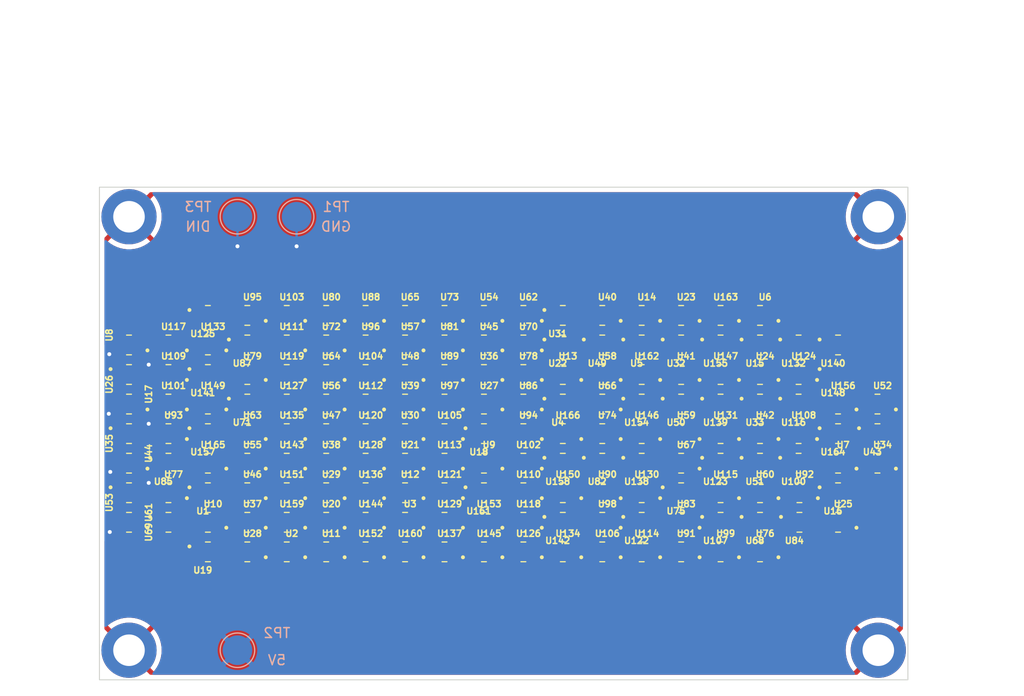
<source format=kicad_pcb>
(kicad_pcb (version 20211014) (generator pcbnew)
  (layers (0 "F.Cu" signal) (31 "B.Cu" signal) (34 "B.Paste" user) (35 "F.Paste" user) (36 "B.SilkS" user "B.Silkscreen") (37 "F.SilkS" user "F.Silkscreen") (38 "B.Mask" user) (39 "F.Mask" user) (44 "Edge.Cuts" user))
  (net 0 "")
  (net 1 "/D1")
  (net 2 "+5V")
  (net 3 "Net-(U1-Pad1)")
  (net 4 "GND")
  (net 5 "/D2")
  (net 6 "Net-(U11-Pad3)")
  (net 7 "/D3")
  (net 8 "Net-(U12-Pad3)")
  (net 9 "/D5")
  (net 10 "Net-(U13-Pad3)")
  (net 11 "/D6")
  (net 12 "Net-(U14-Pad3)")
  (net 13 "/D7")
  (net 14 "Net-(U15-Pad3)")
  (net 15 "/D8")
  (net 16 "Net-(U16-Pad3)")
  (net 17 "/DIN")
  (net 18 "Net-(U17-Pad3)")
  (net 19 "/D4")
  (net 20 "Net-(U18-Pad3)")
  (net 21 "Net-(U10-Pad1)")
  (net 22 "Net-(U11-Pad1)")
  (net 23 "Net-(U12-Pad1)")
  (net 24 "Net-(U13-Pad1)")
  (net 25 "Net-(U14-Pad1)")
  (net 26 "Net-(U15-Pad1)")
  (net 27 "Net-(U16-Pad1)")
  (net 28 "Net-(U17-Pad1)")
  (net 29 "Net-(U18-Pad1)")
  (net 30 "Net-(U19-Pad1)")
  (net 31 "Net-(U20-Pad1)")
  (net 32 "Net-(U21-Pad1)")
  (net 33 "Net-(U22-Pad1)")
  (net 34 "Net-(U23-Pad1)")
  (net 35 "Net-(U24-Pad1)")
  (net 36 "Net-(U25-Pad1)")
  (net 37 "Net-(U26-Pad1)")
  (net 38 "Net-(U27-Pad1)")
  (net 39 "Net-(U28-Pad1)")
  (net 40 "Net-(U29-Pad1)")
  (net 41 "Net-(U30-Pad1)")
  (net 42 "Net-(U31-Pad1)")
  (net 43 "Net-(U32-Pad1)")
  (net 44 "Net-(U33-Pad1)")
  (net 45 "Net-(U34-Pad1)")
  (net 46 "Net-(U35-Pad1)")
  (net 47 "Net-(U36-Pad1)")
  (net 48 "Net-(U37-Pad1)")
  (net 49 "Net-(U38-Pad1)")
  (net 50 "Net-(U39-Pad1)")
  (net 51 "Net-(U40-Pad1)")
  (net 52 "Net-(U41-Pad1)")
  (net 53 "Net-(U42-Pad1)")
  (net 54 "Net-(U43-Pad1)")
  (net 55 "Net-(U44-Pad1)")
  (net 56 "Net-(U45-Pad1)")
  (net 57 "Net-(U46-Pad1)")
  (net 58 "Net-(U47-Pad1)")
  (net 59 "Net-(U48-Pad1)")
  (net 60 "Net-(U49-Pad1)")
  (net 61 "Net-(U50-Pad1)")
  (net 62 "Net-(U51-Pad1)")
  (net 64 "Net-(U53-Pad1)")
  (net 65 "Net-(U54-Pad1)")
  (net 66 "Net-(U55-Pad1)")
  (net 67 "Net-(U56-Pad1)")
  (net 68 "Net-(U57-Pad1)")
  (net 69 "Net-(U58-Pad1)")
  (net 70 "Net-(U59-Pad1)")
  (net 71 "Net-(U60-Pad1)")
  (net 72 "Net-(U61-Pad1)")
  (net 73 "Net-(U62-Pad1)")
  (net 74 "Net-(U63-Pad1)")
  (net 75 "Net-(U64-Pad1)")
  (net 76 "Net-(U65-Pad1)")
  (net 77 "Net-(U66-Pad1)")
  (net 78 "Net-(U67-Pad1)")
  (net 79 "Net-(U68-Pad1)")
  (net 80 "Net-(U69-Pad1)")
  (net 81 "Net-(U70-Pad1)")
  (net 82 "Net-(U71-Pad1)")
  (net 83 "Net-(U72-Pad1)")
  (net 84 "Net-(U73-Pad1)")
  (net 85 "Net-(U74-Pad1)")
  (net 86 "Net-(U75-Pad1)")
  (net 87 "Net-(U76-Pad1)")
  (net 88 "Net-(U77-Pad1)")
  (net 89 "Net-(U78-Pad1)")
  (net 90 "Net-(U79-Pad1)")
  (net 91 "Net-(U80-Pad1)")
  (net 92 "Net-(U81-Pad1)")
  (net 93 "Net-(U82-Pad1)")
  (net 94 "Net-(U83-Pad1)")
  (net 95 "Net-(U84-Pad1)")
  (net 96 "Net-(U85-Pad1)")
  (net 97 "Net-(U86-Pad1)")
  (net 98 "Net-(U87-Pad1)")
  (net 99 "Net-(U88-Pad1)")
  (net 100 "Net-(U89-Pad1)")
  (net 101 "Net-(U90-Pad1)")
  (net 102 "Net-(U91-Pad1)")
  (net 103 "Net-(U100-Pad3)")
  (net 104 "Net-(U101-Pad3)")
  (net 105 "Net-(U102-Pad3)")
  (net 106 "Net-(U103-Pad3)")
  (net 107 "Net-(U104-Pad3)")
  (net 108 "Net-(U105-Pad3)")
  (net 109 "Net-(U106-Pad3)")
  (net 110 "Net-(U107-Pad3)")
  (net 111 "Net-(U100-Pad1)")
  (net 112 "Net-(U101-Pad1)")
  (net 113 "Net-(U102-Pad1)")
  (net 114 "Net-(U103-Pad1)")
  (net 115 "Net-(U104-Pad1)")
  (net 116 "Net-(U105-Pad1)")
  (net 117 "Net-(U106-Pad1)")
  (net 118 "Net-(U107-Pad1)")
  (net 119 "Net-(U108-Pad1)")
  (net 120 "Net-(U109-Pad1)")
  (net 121 "Net-(U110-Pad1)")
  (net 122 "Net-(U111-Pad1)")
  (net 123 "Net-(U112-Pad1)")
  (net 124 "Net-(U113-Pad1)")
  (net 125 "Net-(U114-Pad1)")
  (net 126 "Net-(U115-Pad1)")
  (net 127 "Net-(U116-Pad1)")
  (net 128 "Net-(U117-Pad1)")
  (net 129 "Net-(U118-Pad1)")
  (net 130 "Net-(U119-Pad1)")
  (net 131 "Net-(U120-Pad1)")
  (net 132 "Net-(U121-Pad1)")
  (net 133 "Net-(U122-Pad1)")
  (net 134 "Net-(U123-Pad1)")
  (net 135 "Net-(U124-Pad1)")
  (net 136 "Net-(U125-Pad1)")
  (net 137 "Net-(U126-Pad1)")
  (net 138 "Net-(U127-Pad1)")
  (net 139 "Net-(U128-Pad1)")
  (net 140 "Net-(U129-Pad1)")
  (net 141 "Net-(U130-Pad1)")
  (net 142 "Net-(U131-Pad1)")
  (net 143 "Net-(U132-Pad1)")
  (net 144 "Net-(U133-Pad1)")
  (net 145 "Net-(U134-Pad1)")
  (net 146 "Net-(U135-Pad1)")
  (net 147 "Net-(U136-Pad1)")
  (net 148 "Net-(U137-Pad1)")
  (net 149 "Net-(U138-Pad1)")
  (net 150 "Net-(U139-Pad1)")
  (net 151 "Net-(U140-Pad1)")
  (net 152 "Net-(U141-Pad1)")
  (net 153 "Net-(U142-Pad1)")
  (net 154 "Net-(U143-Pad1)")
  (net 155 "Net-(U144-Pad1)")
  (net 156 "Net-(U145-Pad1)")
  (net 157 "Net-(U146-Pad1)")
  (net 158 "Net-(U147-Pad1)")
  (net 159 "Net-(U148-Pad1)")
  (net 160 "Net-(U149-Pad1)")
  (net 161 "Net-(U150-Pad1)")
  (net 162 "Net-(U151-Pad1)")
  (net 163 "Net-(U152-Pad1)")
  (net 164 "Net-(U153-Pad1)")
  (net 165 "Net-(U154-Pad1)")
  (net 166 "Net-(U155-Pad1)")
  (net 167 "Net-(U156-Pad1)")
  (net 168 "Net-(U157-Pad1)")
  (net 169 "Net-(U158-Pad1)")
  (footprint "footprint:LED_WS2812-2020" (layer "F.Cu") (at 39 93.015)
    (fp_text reference "U165")
    (fp_text value "WS2812-2020")
  )
  (footprint "footprint:LED_WS2812-2020" (layer "F.Cu") (at 43 93.015)
    (fp_text reference "U55")
    (fp_text value "WS2812-2020")
  )
  (footprint "footprint:LED_WS2812-2020" (layer "F.Cu") (at 59 96.015)
    (fp_text reference "U12")
    (fp_text value "WS2812-2020")
  )
  (footprint "footprint:LED_WS2812-2020" (layer "F.Cu") (at 31 87.015)
    (fp_text reference "U26")
    (fp_text value "WS2812-2020")
  )
  (footprint "footprint:LED_WS2812-2020" (layer "F.Cu") (at 91 84.015)
    (fp_text reference "U147")
    (fp_text value "WS2812-2020")
  )
  (footprint "footprint:LED_WS2812-2020" (layer "F.Cu") (at 63 81.015)
    (fp_text reference "U81")
    (fp_text value "WS2812-2020")
  )
  (footprint "footprint:LED_WS2812-2020" (layer "F.Cu") (at 71 93.015)
    (fp_text reference "U102")
    (fp_text value "WS2812-2020")
  )
  (footprint "footprint:LED_WS2812-2020" (layer "F.Cu") (at 102.915 90.015 180)
    (fp_text reference "U164")
    (fp_text value "WS2812-2020")
  )
  (footprint "footprint:LED_WS2812-2020" (layer "F.Cu") (at 59 99.015)
    (fp_text reference "U3")
    (fp_text value "WS2812-2020")
  )
  (footprint "footprint:LED_WS2812-2020" (layer "F.Cu") (at 67 84.015)
    (fp_text reference "U36")
    (fp_text value "WS2812-2020")
  )
  (footprint "footprint:LED_WS2812-2020" (layer "F.Cu") (at 35 87.015)
    (fp_text reference "U101")
    (fp_text value "WS2812-2020")
  )
  (footprint "footprint:LED_WS2812-2020" (layer "F.Cu") (at 51 93.015)
    (fp_text reference "U38")
    (fp_text value "WS2812-2020")
  )
  (footprint "footprint:LED_WS2812-2020" (layer "F.Cu") (at 39 81.015)
    (fp_text reference "U133")
    (fp_text value "WS2812-2020")
  )
  (footprint "footprint:LED_WS2812-2020" (layer "F.Cu") (at 47 81.015)
    (fp_text reference "U111")
    (fp_text value "WS2812-2020")
  )
  (footprint "footprint:LED_WS2812-2020" (layer "F.Cu") (at 75 102.015)
    (fp_text reference "U134")
    (fp_text value "WS2812-2020")
  )
  (footprint "footprint:LED_WS2812-2020" (layer "F.Cu") (at 39 96.015 180)
    (fp_text reference "U1")
    (fp_text value "WS2812-2020")
  )
  (footprint "footprint:LED_WS2812-2020" (layer "F.Cu") (at 43 96.015)
    (fp_text reference "U46")
    (fp_text value "WS2812-2020")
  )
  (footprint "footprint:LED_WS2812-2020" (layer "F.Cu") (at 67 87.015)
    (fp_text reference "U27")
    (fp_text value "WS2812-2020")
  )
  (footprint "footprint:LED_WS2812-2020" (layer "F.Cu") (at 102.915 81.015 180)
    (fp_text reference "U140")
    (fp_text value "WS2812-2020")
  )
  (footprint "footprint:LED_WS2812-2020" (layer "F.Cu") (at 63 87.015)
    (fp_text reference "U97")
    (fp_text value "WS2812-2020")
  )
  (footprint "footprint:LED_WS2812-2020" (layer "F.Cu") (at 91 99.015 180)
    (fp_text reference "U107")
    (fp_text value "WS2812-2020")
  )
  (footprint "footprint:LED_WS2812-2020" (layer "F.Cu") (at 39 90.015 180)
    (fp_text reference "U157")
    (fp_text value "WS2812-2020")
  )
  (footprint "footprint:LED_WS2812-2020" (layer "F.Cu") (at 71 78.015)
    (fp_text reference "U62")
    (fp_text value "WS2812-2020")
  )
  (footprint "footprint:LED_WS2812-2020" (layer "F.Cu") (at 31 81.015)
    (fp_text reference "U8")
    (fp_text value "WS2812-2020")
  )
  (footprint "MountingHole:MountingHole_3.2mm_M3_DIN965_Pad" (layer "F.Cu") (at 31 68)
    (fp_text reference "H1" hide)
    (fp_text value "MountingHole_Pad")
  )
  (footprint "footprint:LED_WS2812-2020" (layer "F.Cu") (at 98.915 93.015 180)
    (fp_text reference "U100")
    (fp_text value "WS2812-2020")
  )
  (footprint "footprint:LED_WS2812-2020" (layer "F.Cu") (at 51 81.015)
    (fp_text reference "U72")
    (fp_text value "WS2812-2020")
  )
  (footprint "footprint:LED_WS2812-2020" (layer "F.Cu") (at 106.915 93.015)
    (fp_text reference "U34")
    (fp_text value "WS2812-2020")
  )
  (footprint "footprint:LED_WS2812-2020" (layer "F.Cu") (at 87 81.015 180)
    (fp_text reference "U32")
    (fp_text value "WS2812-2020")
  )
  (footprint "footprint:LED_WS2812-2020" (layer "F.Cu") (at 63 93.015)
    (fp_text reference "U113")
    (fp_text value "WS2812-2020")
  )
  (footprint "footprint:LED_WS2812-2020" (layer "F.Cu") (at 91 87.015 180)
    (fp_text reference "U139")
    (fp_text value "WS2812-2020")
  )
  (footprint "footprint:LED_WS2812-2020" (layer "F.Cu") (at 71 96.015)
    (fp_text reference "U110")
    (fp_text value "WS2812-2020")
  )
  (footprint "footprint:LED_WS2812-2020" (layer "F.Cu") (at 95 81.015 180)
    (fp_text reference "U15")
    (fp_text value "WS2812-2020")
  )
  (footprint "footprint:LED_WS2812-2020" (layer "F.Cu") (at 47 99.015)
    (fp_text reference "U159")
    (fp_text value "WS2812-2020")
  )
  (footprint "footprint:LED_WS2812-2020" (layer "F.Cu") (at 102.915 96.015 180)
    (fp_text reference "U16")
    (fp_text value "WS2812-2020")
  )
  (footprint "footprint:LED_WS2812-2020" (layer "F.Cu") (at 102.915 87.015)
    (fp_text reference "U156")
    (fp_text value "WS2812-2020")
  )
  (footprint "footprint:LED_WS2812-2020" (layer "F.Cu") (at 55 84.015)
    (fp_text reference "U104")
    (fp_text value "WS2812-2020")
  )
  (footprint "footprint:LED_WS2812-2020" (layer "F.Cu") (at 55 90.015)
    (fp_text reference "U120")
    (fp_text value "WS2812-2020")
  )
  (footprint "MountingHole:MountingHole_3.2mm_M3_DIN965_Pad" (layer "F.Cu") (at 31 112)
    (fp_text reference "H3" hide)
    (fp_text value "MountingHole_Pad")
  )
  (footprint "footprint:LED_WS2812-2020" (layer "F.Cu") (at 79 102.015)
    (fp_text reference "U106")
    (fp_text value "WS2812-2020")
  )
  (footprint "footprint:LED_WS2812-2020" (layer "F.Cu") (at 43 84.015)
    (fp_text reference "U79")
    (fp_text value "WS2812-2020")
  )
  (footprint "footprint:LED_WS2812-2020" (layer "F.Cu") (at 63 84.015)
    (fp_text reference "U89")
    (fp_text value "WS2812-2020")
  )
  (footprint "footprint:LED_WS2812-2020" (layer "F.Cu") (at 47 93.015)
    (fp_text reference "U143")
    (fp_text value "WS2812-2020")
  )
  (footprint "footprint:LED_WS2812-2020" (layer "F.Cu") (at 43 87.015 180)
    (fp_text reference "U71")
    (fp_text value "WS2812-2020")
  )
  (footprint "footprint:LED_WS2812-2020" (layer "F.Cu") (at 83 78.015)
    (fp_text reference "U14")
    (fp_text value "WS2812-2020")
  )
  (footprint "footprint:LED_WS2812-2020" (layer "F.Cu") (at 99 99.015 180)
    (fp_text reference "U84")
    (fp_text value "WS2812-2020")
  )
  (footprint "footprint:LED_WS2812-2020" (layer "F.Cu") (at 67 81.015)
    (fp_text reference "U45")
    (fp_text value "WS2812-2020")
  )
  (footprint "footprint:LED_WS2812-2020" (layer "F.Cu") (at 75 96.015)
    (fp_text reference "U150")
    (fp_text value "WS2812-2020")
  )
  (footprint "footprint:LED_WS2812-2020" (layer "F.Cu") (at 59 93.015)
    (fp_text reference "U21")
    (fp_text value "WS2812-2020")
  )
  (footprint "footprint:LED_WS2812-2020" (layer "F.Cu") (at 67 96.015 180)
    (fp_text reference "U161")
    (fp_text value "WS2812-2020")
  )
  (footprint "footprint:LED_WS2812-2020" (layer "F.Cu") (at 39 78.015 180)
    (fp_text reference "U125")
    (fp_text value "WS2812-2020")
  )
  (footprint "footprint:LED_WS2812-2020" (layer "F.Cu") (at 55 102.015)
    (fp_text reference "U152")
    (fp_text value "WS2812-2020")
  )
  (footprint "footprint:LED_WS2812-2020" (layer "F.Cu") (at 43 99.015)
    (fp_text reference "U37")
    (fp_text value "WS2812-2020")
  )
  (footprint "footprint:LED_WS2812-2020" (layer "F.Cu") (at 59 102.015)
    (fp_text reference "U160")
    (fp_text value "WS2812-2020")
  )
  (footprint "footprint:LED_WS2812-2020" (layer "F.Cu") (at 98.915 84.015)
    (fp_text reference "U124")
    (fp_text value "WS2812-2020")
  )
  (footprint "footprint:LED_WS2812-2020" (layer "F.Cu") (at 35 84.015)
    (fp_text reference "U109")
    (fp_text value "WS2812-2020")
  )
  (footprint "MountingHole:MountingHole_3.2mm_M3_DIN965_Pad" (layer "F.Cu") (at 107 68)
    (fp_text reference "H2" hide)
    (fp_text value "MountingHole_Pad")
  )
  (footprint "footprint:LED_WS2812-2020" (layer "F.Cu") (at 47 96.015)
    (fp_text reference "U151")
    (fp_text value "WS2812-2020")
  )
  (footprint "footprint:LED_WS2812-2020" (layer "F.Cu") (at 102.915 93.015)
    (fp_text reference "U7")
    (fp_text value "WS2812-2020")
  )
  (footprint "footprint:LED_WS2812-2020" (layer "F.Cu") (at 51 78.015)
    (fp_text reference "U80")
    (fp_text value "WS2812-2020")
  )
  (footprint "footprint:LED_WS2812-2020" (layer "F.Cu") (at 63 96.015)
    (fp_text reference "U121")
    (fp_text value "WS2812-2020")
  )
  (footprint "footprint:LED_WS2812-2020" (layer "F.Cu") (at 47 90.015)
    (fp_text reference "U135")
    (fp_text value "WS2812-2020")
  )
  (footprint "footprint:LED_WS2812-2020" (layer "F.Cu") (at 51 87.015)
    (fp_text reference "U56")
    (fp_text value "WS2812-2020")
  )
  (footprint "footprint:LED_WS2812-2020" (layer "F.Cu") (at 67 78.015)
    (fp_text reference "U54")
    (fp_text value "WS2812-2020")
  )
  (footprint "footprint:LED_WS2812-2020" (layer "F.Cu") (at 91 81.015 180)
    (fp_text reference "U155")
    (fp_text value "WS2812-2020")
  )
  (footprint "footprint:LED_WS2812-2020" (layer "F.Cu") (at 71 90.015)
    (fp_text reference "U94")
    (fp_text value "WS2812-2020")
  )
  (footprint "footprint:LED_WS2812-2020" (layer "F.Cu") (at 83 93.015 180)
    (fp_text reference "U138")
    (fp_text value "WS2812-2020")
  )
  (footprint "footprint:LED_WS2812-2020" (layer "F.Cu") (at 31 96.015 180)
    (fp_text reference "U53")
    (fp_text value "WS2812-2020")
  )
  (footprint "footprint:LED_WS2812-2020" (layer "F.Cu") (at 67 93.015)
    (fp_text reference "U9")
    (fp_text value "WS2812-2020")
  )
  (footprint "footprint:LED_WS2812-2020" (layer "F.Cu") (at 75 90.015)
    (fp_text reference "U166")
    (fp_text value "WS2812-2020")
  )
  (footprint "footprint:LED_WS2812-2020" (layer "F.Cu") (at 79 90.015)
    (fp_text reference "U74")
    (fp_text value "WS2812-2020")
  )
  (footprint "footprint:LED_WS2812-2020" (layer "F.Cu") (at 75 78.015 180)
    (fp_text reference "U31")
    (fp_text value "WS2812-2020")
  )
  (footprint "footprint:LED_WS2812-2020" (layer "F.Cu") (at 31 93.015)
    (fp_text reference "U44")
    (fp_text value "WS2812-2020")
  )
  (footprint "footprint:LED_WS2812-2020" (layer "F.Cu") (at 31 90.015 180)
    (fp_text reference "U35")
    (fp_text value "WS2812-2020")
  )
  (footprint "footprint:LED_WS2812-2020" (layer "F.Cu") (at 59 81.015)
    (fp_text reference "U57")
    (fp_text value "WS2812-2020")
  )
  (footprint "footprint:LED_WS2812-2020" (layer "F.Cu") (at 79 93.015 180)
    (fp_text reference "U82")
    (fp_text value "WS2812-2020")
  )
  (footprint "footprint:LED_WS2812-2020" (layer "F.Cu") (at 39 102.015 180)
    (fp_text reference "U19")
    (fp_text value "WS2812-2020")
  )
  (footprint "footprint:LED_WS2812-2020" (layer "F.Cu") (at 83 84.015)
    (fp_text reference "U162")
    (fp_text value "WS2812-2020")
  )
  (footprint "footprint:LED_WS2812-2020" (layer "F.Cu") (at 87 84.015)
    (fp_text reference "U41")
    (fp_text value "WS2812-2020")
  )
  (footprint "footprint:LED_WS2812-2020" (layer "F.Cu") (at 71 84.015)
    (fp_text reference "U78")
    (fp_text value "WS2812-2020")
  )
  (footprint "footprint:LED_WS2812-2020" (layer "F.Cu") (at 75 81.015 180)
    (fp_text reference "U22")
    (fp_text value "WS2812-2020")
  )
  (footprint "footprint:LED_WS2812-2020" (layer "F.Cu") (at 51 99.015)
    (fp_text reference "U20")
    (fp_text value "WS2812-2020")
  )
  (footprint "footprint:LED_WS2812-2020" (layer "F.Cu") (at 31 84.015 180)
    (fp_text reference "U17")
    (fp_text value "WS2812-2020")
  )
  (footprint "footprint:LED_WS2812-2020" (layer "F.Cu") (at 75 99.015 180)
    (fp_text reference "U142")
    (fp_text value "WS2812-2020")
  )
  (footprint "footprint:LED_WS2812-2020" (layer "F.Cu") (at 55 81.015)
    (fp_text reference "U96")
    (fp_text value "WS2812-2020")
  )
  (footprint "footprint:LED_WS2812-2020" (layer "F.Cu") (at 79 99.015)
    (fp_text reference "U98")
    (fp_text value "WS2812-2020")
  )
  (footprint "footprint:LED_WS2812-2020" (layer "F.Cu") (at 67 102.015)
    (fp_text reference "U145")
    (fp_text value "WS2812-2020")
  )
  (footprint "footprint:LED_WS2812-2020" (layer "F.Cu") (at 47 87.015)
    (fp_text reference "U127")
    (fp_text value "WS2812-2020")
  )
  (footprint "footprint:LED_WS2812-2020" (layer "F.Cu") (at 63 99.015)
    (fp_text reference "U129")
    (fp_text value "WS2812-2020")
  )
  (footprint "footprint:LED_WS2812-2020" (layer "F.Cu") (at 75 93.015 180)
    (fp_text reference "U158")
    (fp_text value "WS2812-2020")
  )
  (footprint "footprint:LED_WS2812-2020" (layer "F.Cu") (at 102.915 99.015)
    (fp_text reference "U25")
    (fp_text value "WS2812-2020")
  )
  (footprint "footprint:LED_WS2812-2020" (layer "F.Cu") (at 43 90.015)
    (fp_text reference "U63")
    (fp_text value "WS2812-2020")
  )
  (footprint "footprint:LED_WS2812-2020" (layer "F.Cu") (at 83 96.015)
    (fp_text reference "U130")
    (fp_text value "WS2812-2020")
  )
  (footprint "footprint:LED_WS2812-2020" (layer "F.Cu") (at 75 84.015)
    (fp_text reference "U13")
    (fp_text value "WS2812-2020")
  )
  (footprint "footprint:LED_WS2812-2020" (layer "F.Cu") (at 87 78.015)
    (fp_text reference "U23")
    (fp_text value "WS2812-2020")
  )
  (footprint "footprint:LED_WS2812-2020" (layer "F.Cu") (at 83 81.015 180)
    (fp_text reference "U5")
    (fp_text value "WS2812-2020")
  )
  (footprint "footprint:LED_WS2812-2020" (layer "F.Cu") (at 79 78.015)
    (fp_text reference "U40")
    (fp_text value "WS2812-2020")
  )
  (footprint "footprint:LED_WS2812-2020" (layer "F.Cu") (at 55 99.015)
    (fp_text reference "U144")
    (fp_text value "WS2812-2020")
  )
  (footprint "footprint:LED_WS2812-2020" (layer "F.Cu") (at 79 96.015)
    (fp_text reference "U90")
    (fp_text value "WS2812-2020")
  )
  (footprint "footprint:LED_WS2812-2020" (layer "F.Cu") (at 31 99.015)
    (fp_text reference "U61")
    (fp_text value "WS2812-2020")
  )
  (footprint "footprint:LED_WS2812-2020" (layer "F.Cu") (at 59 84.015)
    (fp_text reference "U48")
    (fp_text value "WS2812-2020")
  )
  (footprint "footprint:LED_WS2812-2020" (layer "F.Cu") (at 51 84.015)
    (fp_text reference "U64")
    (fp_text value "WS2812-2020")
  )
  (footprint "footprint:LED_WS2812-2020" (layer "F.Cu") (at 83 99.015 180)
    (fp_text reference "U122")
    (fp_text value "WS2812-2020")
  )
  (footprint "footprint:LED_WS2812-2020" (layer "F.Cu") (at 87 96.015 180)
    (fp_text reference "U75")
    (fp_text value "WS2812-2020")
  )
  (footprint "footprint:LED_WS2812-2020" (layer "F.Cu") (at 67 99.015)
    (fp_text reference "U153")
    (fp_text value "WS2812-2020")
  )
  (footprint "footprint:LED_WS2812-2020" (layer "F.Cu") (at 83 87.015 180)
    (fp_text reference "U154")
    (fp_text value "WS2812-2020")
  )
  (footprint "footprint:LED_WS2812-2020" (layer "F.Cu") (at 35 96.015)
    (fp_text reference "U77")
    (fp_text value "WS2812-2020")
  )
  (footprint "footprint:LED_WS2812-2020" (layer "F.Cu") (at 95 84.015)
    (fp_text reference "U24")
    (fp_text value "WS2812-2020")
  )
  (footprint "footprint:LED_WS2812-2020" (layer "F.Cu") (at 63 102.015)
    (fp_text reference "U137")
    (fp_text value "WS2812-2020")
  )
  (footprint "footprint:LED_WS2812-2020" (layer "F.Cu") (at 35 93.015 180)
    (fp_text reference "U85")
    (fp_text value "WS2812-2020")
  )
  (footprint "footprint:LED_WS2812-2020" (layer "F.Cu") (at 87 87.015 180)
    (fp_text reference "U50")
    (fp_text value "WS2812-2020")
  )
  (footprint "footprint:LED_WS2812-2020" (layer "F.Cu") (at 102.915 84.015 180)
    (fp_text reference "U148")
    (fp_text value "WS2812-2020")
  )
  (footprint "footprint:LED_WS2812-2020" (layer "F.Cu") (at 59 87.015)
    (fp_text reference "U39")
    (fp_text value "WS2812-2020")
  )
  (footprint "footprint:LED_WS2812-2020" (layer "F.Cu") (at 47 102.015)
    (fp_text reference "U2")
    (fp_text value "WS2812-2020")
  )
  (footprint "footprint:LED_WS2812-2020" (layer "F.Cu") (at 95 99.015 180)
    (fp_text reference "U68")
    (fp_text value "WS2812-2020")
  )
  (footprint "footprint:LED_WS2812-2020" (layer "F.Cu") (at 71 102.015)
    (fp_text reference "U126")
    (fp_text value "WS2812-2020")
  )
  (footprint "footprint:LED_WS2812-2020" (layer "F.Cu") (at 98.915 87.015 180)
    (fp_text reference "U116")
    (fp_text value "WS2812-2020")
  )
  (footprint "footprint:LED_WS2812-2020" (layer "F.Cu") (at 35 99.015 180)
    (fp_text reference "U69")
    (fp_text value "WS2812-2020")
  )
  (footprint "footprint:LED_WS2812-2020" (layer "F.Cu") (at 83 102.015)
    (fp_text reference "U114")
    (fp_text value "WS2812-2020")
  )
  (footprint "footprint:LED_WS2812-2020" (layer "F.Cu") (at 55 96.015)
    (fp_text reference "U136")
    (fp_text value "WS2812-2020")
  )
  (footprint "footprint:LED_WS2812-2020" (layer "F.Cu") (at 91 102.015)
    (fp_text reference "U99")
    (fp_text value "WS2812-2020")
  )
  (footprint "footprint:LED_WS2812-2020" (layer "F.Cu") (at 95 102.015)
    (fp_text reference "U76")
    (fp_text value "WS2812-2020")
  )
  (footprint "footprint:LED_WS2812-2020" (layer "F.Cu") (at 95 78.015)
    (fp_text reference "U6")
    (fp_text value "WS2812-2020")
  )
  (footprint "footprint:LED_WS2812-2020" (layer "F.Cu") (at 106.915 87.015)
    (fp_text reference "U52")
    (fp_text value "WS2812-2020")
  )
  (footprint "footprint:LED_WS2812-2020" (layer "F.Cu") (at 87 102.015)
    (fp_text reference "U91")
    (fp_text value "WS2812-2020")
  )
  (footprint "footprint:LED_WS2812-2020" (layer "F.Cu") (at 35 90.015)
    (fp_text reference "U93")
    (fp_text value "WS2812-2020")
  )
  (footprint "footprint:LED_WS2812-2020" (layer "F.Cu") (at 67 90.015 180)
    (fp_text reference "U18")
    (fp_text value "WS2812-2020")
  )
  (footprint "footprint:LED_WS2812-2020" (layer "F.Cu") (at 91 78.015)
    (fp_text reference "U163")
    (fp_text value "WS2812-2020")
  )
  (footprint "footprint:LED_WS2812-2020" (layer "F.Cu") (at 71 81.015)
    (fp_text reference "U70")
    (fp_text value "WS2812-2020")
  )
  (footprint "footprint:LED_WS2812-2020" (layer "F.Cu") (at 91 96.015)
    (fp_text reference "U115")
    (fp_text value "WS2812-2020")
  )
  (footprint "footprint:LED_WS2812-2020" (layer "F.Cu") (at 51 96.015)
    (fp_text reference "U29")
    (fp_text value "WS2812-2020")
  )
  (footprint "footprint:LED_WS2812-2020" (layer "F.Cu") (at 59 78.015)
    (fp_text reference "U65")
    (fp_text value "WS2812-2020")
  )
  (footprint "footprint:LED_WS2812-2020" (layer "F.Cu") (at 79 84.015)
    (fp_text reference "U58")
    (fp_text value "WS2812-2020")
  )
  (footprint "footprint:LED_WS2812-2020" (layer "F.Cu") (at 43 81.015 180)
    (fp_text reference "U87")
    (fp_text value "WS2812-2020")
  )
  (footprint "footprint:LED_WS2812-2020" (layer "F.Cu") (at 91 93.015 180)
    (fp_text reference "U123")
    (fp_text value "WS2812-2020")
  )
  (footprint "footprint:LED_WS2812-2020" (layer "F.Cu") (at 87 93.015)
    (fp_text reference "U67")
    (fp_text value "WS2812-2020")
  )
  (footprint "footprint:LED_WS2812-2020" (layer "F.Cu") (at 39 87.015)
    (fp_text reference "U149")
    (fp_text value "WS2812-2020")
  )
  (footprint "footprint:LED_WS2812-2020" (layer "F.Cu") (at 79 81.015 180)
    (fp_text reference "U49")
    (fp_text value "WS2812-2020")
  )
  (footprint "footprint:LED_WS2812-2020" (layer "F.Cu") (at 79 87.015)
    (fp_text reference "U66")
    (fp_text value "WS2812-2020")
  )
  (footprint "footprint:LED_WS2812-2020" (layer "F.Cu") (at 59 90.015)
    (fp_text reference "U30")
    (fp_text value "WS2812-2020")
  )
  (footprint "footprint:LED_WS2812-2020" (layer "F.Cu") (at 47 78.015)
    (fp_text reference "U103")
    (fp_text value "WS2812-2020")
  )
  (footprint "footprint:LED_WS2812-2020" (layer "F.Cu") (at 87 90.015)
    (fp_text reference "U59")
    (fp_text value "WS2812-2020")
  )
  (footprint "footprint:LED_WS2812-2020" (layer "F.Cu") (at 98.915 81.015 180)
    (fp_text reference "U132")
    (fp_text value "WS2812-2020")
  )
  (footprint "footprint:LED_WS2812-2020" (layer "F.Cu") (at 47 84.015)
    (fp_text reference "U119")
    (fp_text value "WS2812-2020")
  )
  (footprint "MountingHole:MountingHole_3.2mm_M3_DIN965_Pad" (layer "F.Cu") (at 107 112)
    (fp_text reference "H4" hide)
    (fp_text value "MountingHole_Pad")
  )
  (footprint "footprint:LED_WS2812-2020" (layer "F.Cu") (at 43 78.015)
    (fp_text reference "U95")
    (fp_text value "WS2812-2020")
  )
  (footprint "footprint:LED_WS2812-2020" (layer "F.Cu") (at 95 87.015 180)
    (fp_text reference "U33")
    (fp_text value "WS2812-2020")
  )
  (footprint "footprint:LED_WS2812-2020" (layer "F.Cu") (at 99 96.015)
    (fp_text reference "U92")
    (fp_text value "WS2812-2020")
  )
  (footprint "footprint:LED_WS2812-2020" (layer "F.Cu") (at 95 93.015 180)
    (fp_text reference "U51")
    (fp_text value "WS2812-2020")
  )
  (footprint "footprint:LED_WS2812-2020" (layer "F.Cu") (at 39 99.015)
    (fp_text reference "U10")
    (fp_text value "WS2812-2020")
  )
  (footprint "footprint:LED_WS2812-2020" (layer "F.Cu") (at 63 78.015)
    (fp_text reference "U73")
    (fp_text value "WS2812-2020")
  )
  (footprint "footprint:LED_WS2812-2020" (layer "F.Cu") (at 55 78.015)
    (fp_text reference "U88")
    (fp_text value "WS2812-2020")
  )
  (footprint "footprint:LED_WS2812-2020" (layer "F.Cu") (at 55 87.015)
    (fp_text reference "U112")
    (fp_text value "WS2812-2020")
  )
  (footprint "footprint:LED_WS2812-2020" (layer "F.Cu") (at 95 96.015)
    (fp_text reference "U60")
    (fp_text value "WS2812-2020")
  )
  (footprint "footprint:LED_WS2812-2020" (layer "F.Cu") (at 75 87.015 180)
    (fp_text reference "U4")
    (fp_text value "WS2812-2020")
  )
  (footprint "footprint:LED_WS2812-2020" (layer "F.Cu") (at 39 84.015 180)
    (fp_text reference "U141")
    (fp_text value "WS2812-2020")
  )
  (footprint "footprint:LED_WS2812-2020" (layer "F.Cu") (at 98.915 90.015)
    (fp_text reference "U108")
    (fp_text value "WS2812-2020")
  )
  (footprint "footprint:LED_WS2812-2020" (layer "F.Cu") (at 95 90.015)
    (fp_text reference "U42")
    (fp_text value "WS2812-2020")
  )
  (footprint "footprint:LED_WS2812-2020" (layer "F.Cu") (at 63 90.015)
    (fp_text reference "U105")
    (fp_text value "WS2812-2020")
  )
  (footprint "footprint:LED_WS2812-2020" (layer "F.Cu") (at 87 99.015)
    (fp_text reference "U83")
    (fp_text value "WS2812-2020")
  )
  (footprint "footprint:LED_WS2812-2020" (layer "F.Cu") (at 35 81.015)
    (fp_text reference "U117")
    (fp_text value "WS2812-2020")
  )
  (footprint "footprint:LED_WS2812-2020" (layer "F.Cu") (at 106.915 90.015 180)
    (fp_text reference "U43")
    (fp_text value "WS2812-2020")
  )
  (footprint "footprint:LED_WS2812-2020" (layer "F.Cu") (at 71 99.015)
    (fp_text reference "U118")
    (fp_text value "WS2812-2020")
  )
  (footprint "footprint:LED_WS2812-2020" (layer "F.Cu") (at 51 90.015)
    (fp_text reference "U47")
    (fp_text value "WS2812-2020")
  )
  (footprint "footprint:LED_WS2812-2020" (layer "F.Cu") (at 43 102.015)
    (fp_text reference "U28")
    (fp_text value "WS2812-2020")
  )
  (footprint "footprint:LED_WS2812-2020" (layer "F.Cu") (at 55 93.015)
    (fp_text reference "U128")
    (fp_text value "WS2812-2020")
  )
  (footprint "footprint:LED_WS2812-2020" (layer "F.Cu") (at 83 90.015)
    (fp_text reference "U146")
    (fp_text value "WS2812-2020")
  )
  (footprint "footprint:LED_WS2812-2020" (layer "F.Cu") (at 71 87.015)
    (fp_text reference "U86")
    (fp_text value "WS2812-2020")
  )
  (footprint "footprint:LED_WS2812-2020" (layer "F.Cu") (at 91 90.015)
    (fp_text reference "U131")
    (fp_text value "WS2812-2020")
  )
  (footprint "footprint:LED_WS2812-2020" (layer "F.Cu") (at 51 102.015)
    (fp_text reference "U11")
    (fp_text value "WS2812-2020")
  )
  (footprint "TestPoint:TestPoint_Pad_D3.0mm" (layer "B.Cu") (at 42 68 180)
    (fp_text reference "TP3")
    (fp_text value "TestPoint")
  )
  (footprint "TestPoint:TestPoint_Pad_D3.0mm" (layer "B.Cu") (at 42 112 180)
    (fp_text reference "TP2")
    (fp_text value "TestPoint")
  )
  (footprint "TestPoint:TestPoint_Pad_D3.0mm" (layer "B.Cu") (at 48 68 180)
    (fp_text reference "TP1")
    (fp_text value "TestPoint")
  )
  (gr_rect (start 28 65) (end 110 115) (layer "Edge.Cuts") (width 0.1) (fill none))
  (gr_text "5V" (at 46 113) (layer "B.SilkS") (effects (font (size 1 1)) (justify mirror)))
  (gr_text "GND" (at 52 69) (layer "B.SilkS") (effects (font (size 1 1)) (justify mirror)))
  (gr_text "DIN" (at 38 69) (layer "B.SilkS") (effects (font (size 1 1)) (justify mirror)))
  (segment (start 31.915 83.465) (end 32.55 83.465) (width 0.25) (layer "F.Cu") (net 2))
  (segment (start 29.45 87.565) (end 29 88.015) (width 0.25) (layer "F.Cu") (net 2))
  (segment (start 31.915 95.465) (end 32.55 95.465) (width 0.25) (layer "F.Cu") (net 2))
  (segment (start 32.55 83.465) (end 33 83.015) (width 0.25) (layer "F.Cu") (net 2))
  (segment (start 29.45 99.565) (end 29 100.015) (width 0.25) (layer "F.Cu") (net 2))
  (segment (start 30.085 99.565) (end 29.45 99.565) (width 0.25) (layer "F.Cu") (net 2))
  (segment (start 30.085 93.565) (end 29.45 93.565) (width 0.25) (layer "F.Cu") (net 2))
  (segment (start 30.085 87.565) (end 29.45 87.565) (width 0.25) (layer "F.Cu") (net 2))
  (segment (start 30.085 81.565) (end 29.45 81.565) (width 0.25) (layer "F.Cu") (net 2))
  (segment (start 29.45 93.565) (end 29 94.015) (width 0.25) (layer "F.Cu") (net 2))
  (segment (start 29.45 81.565) (end 29 82.015) (width 0.25) (layer "F.Cu") (net 2))
  (segment (start 31.915 89.465) (end 32.55 89.465) (width 0.25) (layer "F.Cu") (net 2))
  (segment (start 32.55 95.465) (end 33 95.015) (width 0.25) (layer "F.Cu") (net 2))
  (segment (start 32.55 89.465) (end 33 89.015) (width 0.25) (layer "F.Cu") (net 2))
  (via (at 33 83.015) (size 0.8) (drill 0.4) (layers "F.Cu" "B.Cu") (net 2))
  (via (at 28.95 88) (size 0.8) (drill 0.4) (layers "F.Cu" "B.Cu") (net 2))
  (via (at 29.1 93.9) (size 0.8) (drill 0.4) (layers "F.Cu" "B.Cu") (net 2))
  (via (at 33 95.015) (size 0.8) (drill 0.4) (layers "F.Cu" "B.Cu") (net 2))
  (via (at 29.05 100) (size 0.8) (drill 0.4) (layers "F.Cu" "B.Cu") (net 2))
  (via (at 33 89.015) (size 0.8) (drill 0.4) (layers "F.Cu" "B.Cu") (net 2))
  (via (at 29 81.95) (size 0.8) (drill 0.4) (layers "F.Cu" "B.Cu") (net 2))
  (segment (start 30.085 84.635) (end 31.915 86.465) (width 0.25) (layer "F.Cu") (net 4))
  (segment (start 30.085 90.635) (end 31.915 92.465) (width 0.25) (layer "F.Cu") (net 4))
  (segment (start 30.085 84.565) (end 30.085 84.635) (width 0.25) (layer "F.Cu") (net 4))
  (segment (start 30.085 90.565) (end 30.085 90.635) (width 0.25) (layer "F.Cu") (net 4))
  (via (at 48 71) (size 0.8) (drill 0.4) (layers "F.Cu" "B.Cu") (net 4))
  (segment (start 48 68) (end 48 71) (width 0.25) (layer "B.Cu") (net 4))
  (segment (start 36 71) (end 42 71) (width 0.25) (layer "F.Cu") (net 17))
  (segment (start 30.085 80.465) (end 30.085 76.915) (width 0.25) (layer "F.Cu") (net 17))
  (segment (start 30.085 76.915) (end 35 72) (width 0.25) (layer "F.Cu") (net 17))
  (segment (start 35 72) (end 36 71) (width 0.25) (layer "F.Cu") (net 17))
  (via (at 42 71) (size 0.8) (drill 0.4) (layers "F.Cu" "B.Cu") (net 17))
  (segment (start 42 71) (end 42 68) (width 0.25) (layer "B.Cu") (net 17))
  (segment (start 31 84.015) (end 31.55 84.565) (width 0.25) (layer "F.Cu") (net 18))
  (segment (start 31.55 84.565) (end 31.915 84.565) (width 0.25) (layer "F.Cu") (net 18))
  (segment (start 31.45 81.565) (end 31 82.015) (width 0.25) (layer "F.Cu") (net 18))
  (segment (start 31 82.015) (end 31 84.015) (width 0.25) (layer "F.Cu") (net 18))
  (segment (start 31.915 81.565) (end 31.45 81.565) (width 0.25) (layer "F.Cu") (net 18))
  (segment (start 29 83.95) (end 29.485 83.465) (width 0.25) (layer "F.Cu") (net 28))
  (segment (start 29.485 83.465) (end 30.085 83.465) (width 0.25) (layer "F.Cu") (net 28))
  (segment (start 29 86.015) (end 29 83.95) (width 0.25) (layer "F.Cu") (net 28))
  (segment (start 30.085 86.465) (end 29.45 86.465) (width 0.25) (layer "F.Cu") (net 28))
  (segment (start 29.45 86.465) (end 29 86.015) (width 0.25) (layer "F.Cu") (net 28))
  (segment (start 31.315 90.565) (end 31 90.25) (width 0.25) (layer "F.Cu") (net 37))
  (segment (start 31.915 90.565) (end 31.315 90.565) (width 0.25) (layer "F.Cu") (net 37))
  (segment (start 31 88.48) (end 31.915 87.565) (width 0.25) (layer "F.Cu") (net 37))
  (segment (start 31 90.25) (end 31 88.48) (width 0.25) (layer "F.Cu") (net 37))
  (segment (start 29.45 92.465) (end 29 92.015) (width 0.25) (layer "F.Cu") (net 46))
  (segment (start 29 90.300978) (end 29.835978 89.465) (width 0.25) (layer "F.Cu") (net 46))
  (segment (start 30.085 92.465) (end 29.45 92.465) (width 0.25) (layer "F.Cu") (net 46))
  (segment (start 29 92.015) (end 29 90.300978) (width 0.25) (layer "F.Cu") (net 46))
  (segment (start 29.835978 89.465) (end 30.085 89.465) (width 0.25) (layer "F.Cu") (net 46))
  (segment (start 31.915 93.565) (end 31 94.48) (width 0.25) (layer "F.Cu") (net 55))
  (segment (start 31.665978 96.565) (end 31.915 96.565) (width 0.25) (layer "F.Cu") (net 55))
  (segment (start 31 94.48) (end 31 95.899022) (width 0.25) (layer "F.Cu") (net 55))
  (segment (start 31 95.899022) (end 31.665978 96.565) (width 0.25) (layer "F.Cu") (net 55))
  (segment (start 30.085 98.465) (end 29.45 98.465) (width 0.25) (layer "F.Cu") (net 64))
  (segment (start 29.45 98.465) (end 29 98.015) (width 0.25) (layer "F.Cu") (net 64))
  (segment (start 29 98.015) (end 29 95.95) (width 0.25) (layer "F.Cu") (net 64))
  (segment (start 29.485 95.465) (end 30.085 95.465) (width 0.25) (layer "F.Cu") (net 64))
  (segment (start 29 95.95) (end 29.485 95.465) (width 0.25) (layer "F.Cu") (net 64))
  (zone (net 4) (net_name "GND") (layer "F.Cu") (connect_pads (clearance 0.508)) (min_thickness 0.254) (fill yes (thermal_gap 0.508) (thermal_bridge_width 0.508))
    (polygon (pts (xy 112 116) (xy 27 116) (xy 27 63) (xy 112 63)))
  )
  (zone (net 2) (net_name "+5V") (layer "B.Cu") (connect_pads (clearance 0.508)) (min_thickness 0.254) (fill yes (thermal_gap 0.508) (thermal_bridge_width 0.508))
    (polygon (pts (xy 112 116) (xy 27 116) (xy 27 63) (xy 112 63)))
  )
)
</source>
